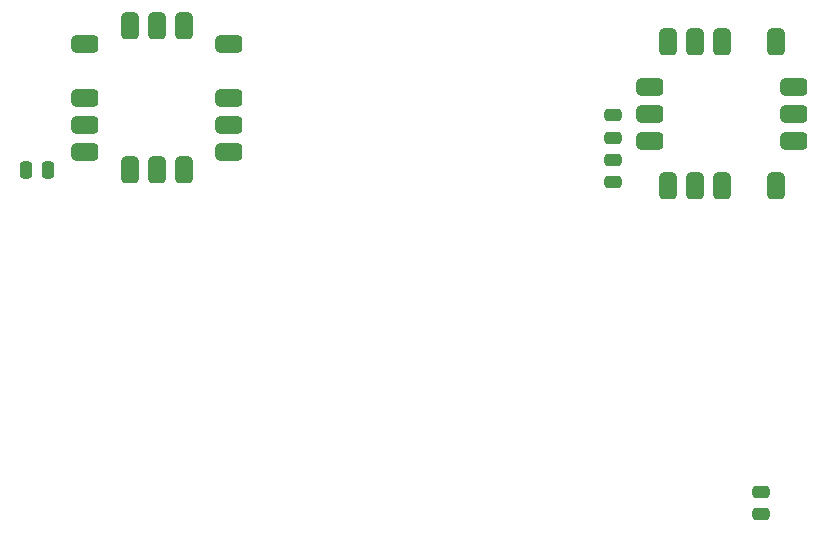
<source format=gbr>
%TF.GenerationSoftware,KiCad,Pcbnew,7.0.5*%
%TF.CreationDate,2024-07-07T22:05:08+09:00*%
%TF.ProjectId,dengen,64656e67-656e-42e6-9b69-6361645f7063,rev?*%
%TF.SameCoordinates,Original*%
%TF.FileFunction,Paste,Top*%
%TF.FilePolarity,Positive*%
%FSLAX46Y46*%
G04 Gerber Fmt 4.6, Leading zero omitted, Abs format (unit mm)*
G04 Created by KiCad (PCBNEW 7.0.5) date 2024-07-07 22:05:08*
%MOMM*%
%LPD*%
G01*
G04 APERTURE LIST*
G04 Aperture macros list*
%AMRoundRect*
0 Rectangle with rounded corners*
0 $1 Rounding radius*
0 $2 $3 $4 $5 $6 $7 $8 $9 X,Y pos of 4 corners*
0 Add a 4 corners polygon primitive as box body*
4,1,4,$2,$3,$4,$5,$6,$7,$8,$9,$2,$3,0*
0 Add four circle primitives for the rounded corners*
1,1,$1+$1,$2,$3*
1,1,$1+$1,$4,$5*
1,1,$1+$1,$6,$7*
1,1,$1+$1,$8,$9*
0 Add four rect primitives between the rounded corners*
20,1,$1+$1,$2,$3,$4,$5,0*
20,1,$1+$1,$4,$5,$6,$7,0*
20,1,$1+$1,$6,$7,$8,$9,0*
20,1,$1+$1,$8,$9,$2,$3,0*%
G04 Aperture macros list end*
%ADD10RoundRect,0.250000X-0.475000X0.250000X-0.475000X-0.250000X0.475000X-0.250000X0.475000X0.250000X0*%
%ADD11RoundRect,0.250000X-0.250000X-0.475000X0.250000X-0.475000X0.250000X0.475000X-0.250000X0.475000X0*%
%ADD12RoundRect,0.381000X0.381000X-0.762000X0.381000X0.762000X-0.381000X0.762000X-0.381000X-0.762000X0*%
%ADD13RoundRect,0.381000X-0.762000X-0.381000X0.762000X-0.381000X0.762000X0.381000X-0.762000X0.381000X0*%
%ADD14RoundRect,0.381000X0.762000X0.381000X-0.762000X0.381000X-0.762000X-0.381000X0.762000X-0.381000X0*%
%ADD15RoundRect,0.250000X0.475000X-0.250000X0.475000X0.250000X-0.475000X0.250000X-0.475000X-0.250000X0*%
%ADD16RoundRect,0.381000X-0.381000X0.762000X-0.381000X-0.762000X0.381000X-0.762000X0.381000X0.762000X0*%
G04 APERTURE END LIST*
D10*
%TO.C,C2*%
X166000000Y-85400000D03*
X166000000Y-87300000D03*
%TD*%
D11*
%TO.C,C1*%
X116250000Y-86200000D03*
X118150000Y-86200000D03*
%TD*%
D12*
%TO.C,U2*%
X175200000Y-75400000D03*
X179780000Y-75400000D03*
D13*
X181300000Y-79210000D03*
X181300000Y-81500000D03*
X181300000Y-83790000D03*
D12*
X179780000Y-87600000D03*
X175200000Y-87600000D03*
X170620000Y-87600000D03*
D14*
X169100000Y-81500000D03*
X169100000Y-79210000D03*
D12*
X170620000Y-75400000D03*
X172910000Y-75400000D03*
X172910000Y-87600000D03*
D14*
X169100000Y-83790000D03*
%TD*%
D15*
%TO.C,C4*%
X166000000Y-83500000D03*
X166000000Y-81600000D03*
%TD*%
D10*
%TO.C,C5*%
X178500000Y-113500000D03*
X178500000Y-115400000D03*
%TD*%
D14*
%TO.C,U1*%
X121300000Y-80120000D03*
X121300000Y-75540000D03*
D12*
X125110000Y-74020000D03*
X127400000Y-74020000D03*
X129690000Y-74020000D03*
D14*
X133500000Y-75540000D03*
X133500000Y-80120000D03*
X133500000Y-84700000D03*
D16*
X127400000Y-86220000D03*
X125110000Y-86220000D03*
D14*
X121300000Y-84700000D03*
X121300000Y-82410000D03*
X133500000Y-82410000D03*
D16*
X129690000Y-86220000D03*
%TD*%
M02*

</source>
